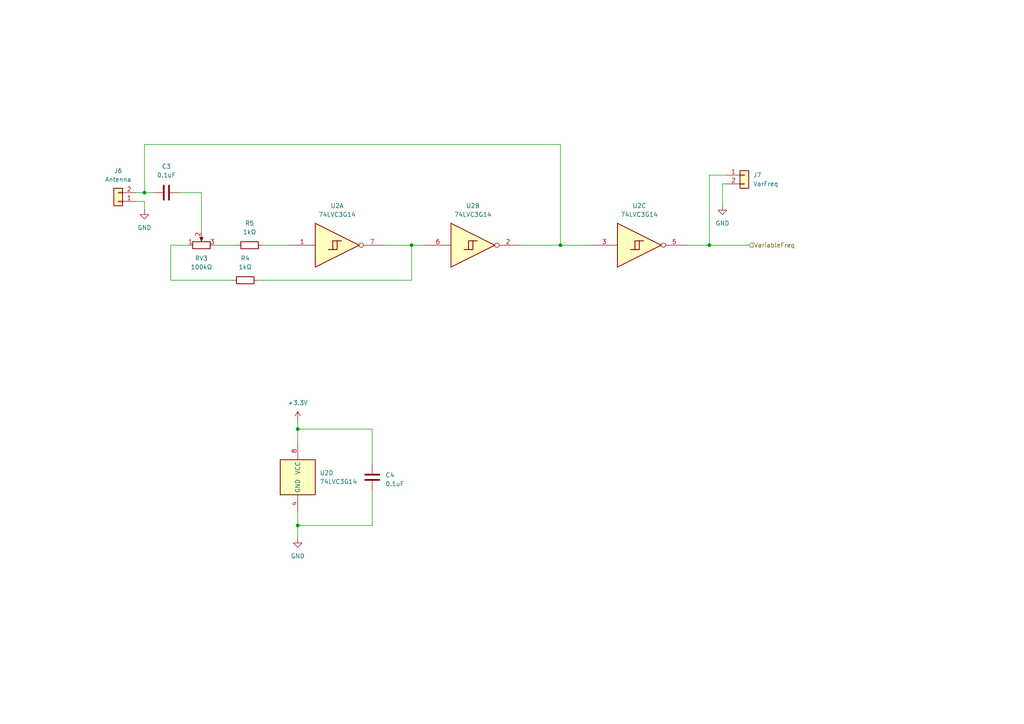
<source format=kicad_sch>
(kicad_sch (version 20250114) (generator "eeschema") (generator_version "9.0")
  (paper "A4")
  (lib_symbols
    (symbol "74xGxx:74LVC3G14"
      (property "Reference" "U" (at -2.54 7.62 0))
      (property "Value" "74LVC3G14" (at 2.54 -7.62 0))
      (symbol "74LVC3G14_1_1"
        (polyline (pts (xy -7.62 6.35) (xy -7.62 -6.35) (xy 5.08 0) (xy -7.62 6.35)) (stroke (width 0.254)) (fill (type background)))
        (polyline (pts (xy -3.81 -1.27) (xy -2.54 -1.27) (xy -2.54 1.27) (xy 0 1.27)) (stroke (width 0.254)) (fill (type background)))
        (polyline (pts (xy -2.54 -1.27) (xy -1.27 -1.27) (xy -1.27 1.27)) (stroke (width 0.254)) (fill (type background)))
        (pin input line (at -15.24 0 0) (length 7.62) (name "~") (number "1"))
        (pin output inverted (at 12.7 0 180) (length 7.62) (name "~") (number "7"))
      )
      (symbol "74LVC3G14_2_1"
        (polyline (pts (xy -7.62 6.35) (xy -7.62 -6.35) (xy 5.08 0) (xy -7.62 6.35)) (stroke (width 0.254)) (fill (type background)))
        (polyline (pts (xy -3.81 -1.27) (xy -2.54 -1.27) (xy -2.54 1.27) (xy 0 1.27)) (stroke (width 0.254)) (fill (type background)))
        (polyline (pts (xy -2.54 -1.27) (xy -1.27 -1.27) (xy -1.27 1.27)) (stroke (width 0.254)) (fill (type background)))
        (pin input line (at -15.24 0 0) (length 7.62) (name "~") (number "6"))
        (pin output inverted (at 12.7 0 180) (length 7.62) (name "~") (number "2"))
      )
      (symbol "74LVC3G14_3_1"
        (polyline (pts (xy -7.62 6.35) (xy -7.62 -6.35) (xy 5.08 0) (xy -7.62 6.35)) (stroke (width 0.254)) (fill (type background)))
        (polyline (pts (xy -3.81 -1.27) (xy -2.54 -1.27) (xy -2.54 1.27) (xy 0 1.27)) (stroke (width 0.254)) (fill (type background)))
        (polyline (pts (xy -2.54 -1.27) (xy -1.27 -1.27) (xy -1.27 1.27)) (stroke (width 0.254)) (fill (type background)))
        (pin input line (at -15.24 0 0) (length 7.62) (name "~") (number "3"))
        (pin output inverted (at 12.7 0 180) (length 7.62) (name "~") (number "5"))
      )
      (symbol "74LVC3G14_4_0"
        (rectangle (start -5.08 -5.08) (end 5.08 5.08) (stroke (width 0.254)) (fill (type background)))
      )
      (symbol "74LVC3G14_4_1"
        (pin power_in line (at 0 10.16 270) (length 5.08) (name "VCC") (number "8"))
        (pin power_in line (at 0 -10.16 90) (length 5.08) (name "GND") (number "4"))
      )
    )
    (symbol "Connector_Generic:Conn_01x02" (pin_names (offset 1.016) (hide yes))
      (property "Reference" "J" (at 0 2.54 0))
      (property "Value" "Conn_01x02" (at 0 -5.08 0))
      (symbol "Conn_01x02_1_1"
        (rectangle (start -1.27 1.27) (end 1.27 -3.81) (stroke (width 0.254)) (fill (type background)))
        (rectangle (start -1.27 0.127) (end 0 -0.127) (stroke (width 0.1524)))
        (rectangle (start -1.27 -2.413) (end 0 -2.667) (stroke (width 0.1524)))
        (pin passive line (at -5.08 0 0) (length 3.81) (name "Pin_1") (number "1"))
        (pin passive line (at -5.08 -2.54 0) (length 3.81) (name "Pin_2") (number "2"))
      )
    )
    (symbol "Device:C" (pin_numbers (hide yes)) (pin_names (offset 0.254))
      (property "Reference" "C" (at 0.635 2.54 0))
      (property "Value" "C" (at 0.635 -2.54 0))
      (symbol "C_0_1"
        (polyline (pts (xy -2.032 0.762) (xy 2.032 0.762)) (stroke (width 0.508)))
        (polyline (pts (xy -2.032 -0.762) (xy 2.032 -0.762)) (stroke (width 0.508)))
      )
      (symbol "C_1_1"
        (pin passive line (at 0 3.81 270) (length 2.794) (name "~") (number "1"))
        (pin passive line (at 0 -3.81 90) (length 2.794) (name "~") (number "2"))
      )
    )
    (symbol "Device:R" (pin_numbers (hide yes)) (pin_names (offset 0))
      (property "Reference" "R" (at 2.032 0 90))
      (property "Value" "R" (at 0 0 90))
      (symbol "R_0_1"
        (rectangle (start -1.016 -2.54) (end 1.016 2.54) (stroke (width 0.254)))
      )
      (symbol "R_1_1"
        (pin passive line (at 0 3.81 270) (length 1.27) (name "~") (number "1"))
        (pin passive line (at 0 -3.81 90) (length 1.27) (name "~") (number "2"))
      )
    )
    (symbol "Device:R_Potentiometer" (pin_names (offset 1.016) (hide yes))
      (property "Reference" "RV" (at -4.445 0 90))
      (property "Value" "R_Potentiometer" (at -2.54 0 90))
      (symbol "R_Potentiometer_0_1"
        (rectangle (start 1.016 2.54) (end -1.016 -2.54) (stroke (width 0.254)))
        (polyline (pts (xy 1.143 0) (xy 2.286 0.508) (xy 2.286 -0.508) (xy 1.143 0)) (fill (type outline)))
        (polyline (pts (xy 2.54 0) (xy 1.524 0)))
      )
      (symbol "R_Potentiometer_1_1"
        (pin passive line (at 0 3.81 270) (length 1.27) (name "1") (number "1"))
        (pin passive line (at 0 -3.81 90) (length 1.27) (name "3") (number "3"))
        (pin passive line (at 3.81 0 180) (length 1.27) (name "2") (number "2"))
      )
    )
    (symbol "power:+3.3V" (power) (pin_numbers (hide yes)) (pin_names (offset 0) (hide yes))
      (property "Value" "+3.3V" (at 0 3.556 0))
      (symbol "+3.3V_0_1"
        (polyline (pts (xy -0.762 1.27) (xy 0 2.54)))
        (polyline (pts (xy 0 2.54) (xy 0.762 1.27)))
        (polyline (pts (xy 0 0) (xy 0 2.54)))
      )
      (symbol "+3.3V_1_1"
        (pin power_in line (at 0 0 90) (length 0) (name "~") (number "1"))
      )
    )
    (symbol "power:GND" (power) (pin_numbers (hide yes)) (pin_names (offset 0) (hide yes))
      (property "Value" "GND" (at 0 -3.81 0))
      (symbol "GND_0_1"
        (polyline (pts (xy 0 0) (xy 0 -1.27) (xy 1.27 -1.27) (xy 0 -2.54) (xy -1.27 -1.27) (xy 0 -1.27)))
      )
      (symbol "GND_1_1"
        (pin power_in line (at 0 0 270) (length 0) (name "~") (number "1"))
      )
    )
  )
  (junction (at 119.38 71.12))
  (junction (at 162.56 71.12))
  (junction (at 86.36 124.46))
  (junction (at 41.91 55.88))
  (junction (at 205.74 71.12))
  (junction (at 86.36 152.4))
  (wire (pts (xy 162.56 41.91) (xy 162.56 71.12)))
  (wire (pts (xy 41.91 55.88) (xy 44.45 55.88)))
  (wire (pts (xy 86.36 124.46) (xy 86.36 128.27)))
  (wire (pts (xy 199.39 71.12) (xy 205.74 71.12)))
  (wire (pts (xy 74.93 81.28) (xy 119.38 81.28)))
  (wire (pts (xy 41.91 41.91) (xy 162.56 41.91)))
  (wire (pts (xy 119.38 71.12) (xy 123.19 71.12)))
  (wire (pts (xy 86.36 124.46) (xy 107.95 124.46)))
  (wire (pts (xy 119.38 71.12) (xy 111.76 71.12)))
  (wire (pts (xy 209.55 53.34) (xy 210.82 53.34)))
  (wire (pts (xy 210.82 50.8) (xy 205.74 50.8)))
  (wire (pts (xy 205.74 71.12) (xy 217.17 71.12)))
  (wire (pts (xy 86.36 152.4) (xy 86.36 148.59)))
  (wire (pts (xy 39.37 55.88) (xy 41.91 55.88)))
  (wire (pts (xy 62.23 71.12) (xy 68.58 71.12)))
  (wire (pts (xy 151.13 71.12) (xy 162.56 71.12)))
  (wire (pts (xy 107.95 152.4) (xy 86.36 152.4)))
  (wire (pts (xy 52.07 55.88) (xy 58.42 55.88)))
  (wire (pts (xy 86.36 152.4) (xy 86.36 156.21)))
  (wire (pts (xy 41.91 58.42) (xy 41.91 60.96)))
  (wire (pts (xy 49.53 71.12) (xy 49.53 81.28)))
  (wire (pts (xy 205.74 50.8) (xy 205.74 71.12)))
  (wire (pts (xy 86.36 121.92) (xy 86.36 124.46)))
  (wire (pts (xy 162.56 71.12) (xy 171.45 71.12)))
  (wire (pts (xy 58.42 55.88) (xy 58.42 67.31)))
  (wire (pts (xy 49.53 81.28) (xy 67.31 81.28)))
  (wire (pts (xy 76.2 71.12) (xy 83.82 71.12)))
  (wire (pts (xy 119.38 81.28) (xy 119.38 71.12)))
  (wire (pts (xy 41.91 55.88) (xy 41.91 41.91)))
  (wire (pts (xy 39.37 58.42) (xy 41.91 58.42)))
  (wire (pts (xy 107.95 124.46) (xy 107.95 134.62)))
  (wire (pts (xy 54.61 71.12) (xy 49.53 71.12)))
  (wire (pts (xy 209.55 59.69) (xy 209.55 53.34)))
  (wire (pts (xy 107.95 142.24) (xy 107.95 152.4)))
  (hierarchical_label "VariableFreq" (shape input) (at 217.17 71.12 0))
  (symbol (lib_id "Device:R") (at 71.12 81.28 270) (unit 1)
    (property "Reference" "R4" (at 71.12 74.93 90))
    (property "Value" "1kΩ" (at 71.12 77.47 90))
    (property "Footprint" "Resistor_SMD:R_0805_2012Metric" (effects (hide yes)))
  )
  (symbol (lib_id "power:GND") (at 41.91 60.96 0) (unit 1)
    (property "Reference" "#PWR05" (effects (hide yes)))
    (property "Value" "GND" (at 41.91 66.04 0))
    (property "Description" "Power symbol creates a global label with name \"GND\" , ground" (effects (hide yes)))
  )
  (symbol (lib_id "Connector_Generic:Conn_01x02") (at 215.9 50.8 0) (unit 1)
    (property "Reference" "J7" (at 218.44 50.7999 0) (effects (justify left)))
    (property "Value" "VarFreq" (at 218.44 53.3399 0) (effects (justify left)))
    (property "Description" "Generic connector, single row, 01x02, script generated (kicad-library-utils/schlib/autogen/connector/)" (effects (hide yes)))
  )
  (symbol (lib_id "Device:R_Potentiometer") (at 58.42 71.12 90) (unit 1)
    (property "Reference" "RV3" (at 58.42 74.93 90))
    (property "Value" "100kΩ" (at 58.42 77.47 90))
    (property "Footprint" "Potentiometer_THT:Potentiometer_Bourns_3296W_Vertical" (effects (hide yes)))
  )
  (symbol (lib_id "power:GND") (at 209.55 59.69 0) (unit 1)
    (property "Reference" "#PWR08" (effects (hide yes)))
    (property "Value" "GND" (at 209.55 64.77 0))
    (property "Description" "Power symbol creates a global label with name \"GND\" , ground" (effects (hide yes)))
  )
  (symbol (lib_id "74xGxx:74LVC3G14") (at 138.43 71.12 0) (unit 2)
    (property "Reference" "U2" (at 137.16 59.69 0))
    (property "Value" "74LVC3G14" (at 137.16 62.23 0))
    (property "Footprint" "Package_SO:VSSOP-8_2.3x2mm_P0.5mm" (effects (hide yes)))
    (property "Datasheet" "https://www.ti.com/lit/ds/symlink/sn74lvc3g14.pdf" (effects (hide yes)))
    (property "Description" "Triple NOT Gate Schmitt, Low-Voltage CMOS" (effects (hide yes)))
  )
  (symbol (lib_id "74xGxx:74LVC3G14") (at 186.69 71.12 0) (unit 3)
    (property "Reference" "U2" (at 185.42 59.69 0))
    (property "Value" "74LVC3G14" (at 185.42 62.23 0))
    (property "Footprint" "Package_SO:VSSOP-8_2.3x2mm_P0.5mm" (effects (hide yes)))
    (property "Datasheet" "https://www.ti.com/lit/ds/symlink/sn74lvc3g14.pdf" (effects (hide yes)))
    (property "Description" "Triple NOT Gate Schmitt, Low-Voltage CMOS" (effects (hide yes)))
  )
  (symbol (lib_id "74xGxx:74LVC3G14") (at 86.36 138.43 0) (unit 4)
    (property "Reference" "U2" (at 92.71 137.1599 0) (effects (justify left)))
    (property "Value" "74LVC3G14" (at 92.71 139.6999 0) (effects (justify left)))
    (property "Footprint" "Package_SO:VSSOP-8_2.3x2mm_P0.5mm" (effects (hide yes)))
    (property "Datasheet" "https://www.ti.com/lit/ds/symlink/sn74lvc3g14.pdf" (effects (hide yes)))
    (property "Description" "Triple NOT Gate Schmitt, Low-Voltage CMOS" (effects (hide yes)))
  )
  (symbol (lib_id "power:+3.3V") (at 86.36 121.92 0) (unit 1)
    (property "Reference" "#PWR06" (effects (hide yes)))
    (property "Value" "+3.3V" (at 86.36 116.84 0))
    (property "Description" "Power symbol creates a global label with name \"+3.3V\"" (effects (hide yes)))
  )
  (symbol (lib_id "Connector_Generic:Conn_01x02") (at 34.29 58.42 180) (unit 1)
    (property "Reference" "J6" (at 34.29 49.53 0))
    (property "Value" "Antenna" (at 34.29 52.07 0))
    (property "Description" "Generic connector, single row, 01x02, script generated (kicad-library-utils/schlib/autogen/connector/)" (effects (hide yes)))
  )
  (symbol (lib_id "Device:C") (at 107.95 138.43 0) (unit 1)
    (property "Reference" "C4" (at 111.76 137.795 0) (effects (justify left)))
    (property "Value" "0.1uF" (at 111.76 140.335 0) (effects (justify left)))
    (property "Footprint" "Capacitor_SMD:C_0805_2012Metric" (effects (hide yes)))
  )
  (symbol (lib_id "power:GND") (at 86.36 156.21 0) (unit 1)
    (property "Reference" "#PWR07" (effects (hide yes)))
    (property "Value" "GND" (at 86.36 161.29 0))
    (property "Description" "Power symbol creates a global label with name \"GND\" , ground" (effects (hide yes)))
  )
  (symbol (lib_id "Device:R") (at 72.39 71.12 270) (unit 1)
    (property "Reference" "R5" (at 72.39 64.77 90))
    (property "Value" "1kΩ" (at 72.39 67.31 90))
    (property "Footprint" "Resistor_SMD:R_0805_2012Metric" (effects (hide yes)))
  )
  (symbol (lib_id "Device:C") (at 48.26 55.88 90) (unit 1)
    (property "Reference" "C3" (at 48.26 48.26 90))
    (property "Value" "0.1uF" (at 48.26 50.8 90))
    (property "Footprint" "Capacitor_SMD:C_0805_2012Metric" (effects (hide yes)))
  )
  (symbol (lib_id "74xGxx:74LVC3G14") (at 99.06 71.12 0) (unit 1)
    (property "Reference" "U2" (at 97.79 59.69 0))
    (property "Value" "74LVC3G14" (at 97.79 62.23 0))
    (property "Footprint" "Package_SO:VSSOP-8_2.3x2mm_P0.5mm" (effects (hide yes)))
    (property "Datasheet" "https://www.ti.com/lit/ds/symlink/sn74lvc3g14.pdf" (effects (hide yes)))
    (property "Description" "Triple NOT Gate Schmitt, Low-Voltage CMOS" (effects (hide yes)))
  )
)
</source>
